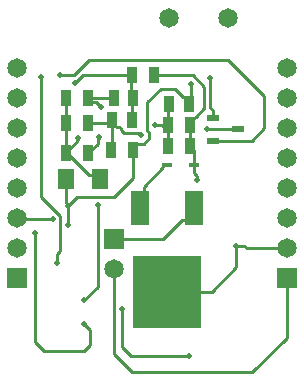
<source format=gbl>
G04*
G04 #@! TF.GenerationSoftware,Altium Limited,Altium Designer,19.1.7 (138)*
G04*
G04 Layer_Physical_Order=2*
G04 Layer_Color=16711680*
%FSLAX24Y24*%
%MOIN*%
G70*
G01*
G75*
%ADD14R,0.0378X0.0547*%
%ADD19R,0.0374X0.0551*%
%ADD30C,0.0100*%
%ADD31C,0.0650*%
%ADD32R,0.0650X0.0650*%
%ADD33C,0.0200*%
%ADD34R,0.0630X0.1181*%
%ADD35R,0.2283X0.2441*%
%ADD36R,0.0331X0.0181*%
%ADD37R,0.0528X0.0709*%
%ADD38R,0.0413X0.0236*%
D14*
X5581Y-3700D02*
D03*
X6219D02*
D03*
X3681Y-4250D02*
D03*
X4319D02*
D03*
X4369Y-3500D02*
D03*
X3731D02*
D03*
D19*
X5526Y-5100D02*
D03*
X6274D02*
D03*
X5526Y-4400D02*
D03*
X6274D02*
D03*
X2126Y-3500D02*
D03*
X2874D02*
D03*
X2126Y-4350D02*
D03*
X2874D02*
D03*
X2126Y-5350D02*
D03*
X2874D02*
D03*
X4374Y-5250D02*
D03*
X3626D02*
D03*
X4326Y-2750D02*
D03*
X5074D02*
D03*
D30*
X9500Y-11500D02*
Y-9500D01*
X8350Y-12650D02*
X9500Y-11500D01*
X4350Y-12650D02*
X8350D01*
X3750Y-12050D02*
X4350Y-12650D01*
X3750Y-12050D02*
Y-9200D01*
Y-8200D02*
X5359D01*
X5993Y-7566D01*
X6135D01*
X6400Y-7301D01*
X4850Y-3650D02*
X5300Y-3200D01*
X4850Y-4596D02*
Y-3650D01*
Y-4596D02*
X4900Y-4646D01*
Y-4854D02*
Y-4646D01*
X5100Y-4400D02*
X5326D01*
X5476Y-4550D01*
X6403Y-5991D02*
X6500Y-6089D01*
Y-6250D02*
Y-6089D01*
X4511Y-5024D02*
X4729D01*
X4597Y-4674D02*
X4650Y-4727D01*
X4729Y-5024D02*
X4900Y-4854D01*
X4650Y-4750D02*
Y-4727D01*
X3123Y-3623D02*
X3300Y-3800D01*
X2997Y-3623D02*
X3123D01*
X2874Y-3500D02*
X2997Y-3623D01*
X4300Y-3415D02*
Y-2750D01*
Y-3531D02*
Y-3415D01*
X3200Y-4870D02*
X3270Y-4800D01*
X3200Y-5024D02*
Y-4870D01*
X2874Y-5350D02*
X3200Y-5024D01*
X4369Y-3500D02*
Y-3415D01*
X4319Y-4250D02*
Y-3500D01*
X3250Y-4800D02*
X3270D01*
X2550Y-4900D02*
Y-4850D01*
X2126Y-5324D02*
X2550Y-4900D01*
X3731Y-3500D02*
X3750D01*
X2874D02*
X3681D01*
X1850Y-9000D02*
Y-8700D01*
X1950Y-8600D01*
X5526Y-4550D02*
Y-4400D01*
X3681Y-5195D02*
Y-4335D01*
X4068Y-4674D02*
X4597D01*
X3980Y-4586D02*
X4068Y-4674D01*
X3980Y-4586D02*
Y-4532D01*
X3921Y-4474D02*
X3980Y-4532D01*
X3820Y-4474D02*
X3921D01*
X3681Y-4335D02*
X3820Y-4474D01*
X4374Y-6176D02*
Y-5161D01*
X2400Y-2750D02*
X2900Y-2250D01*
X1950Y-2750D02*
X2400D01*
X2700D02*
X4300D01*
X2450Y-3000D02*
X2700Y-2750D01*
X2126Y-5324D02*
X2126Y-5324D01*
Y-5350D02*
Y-5324D01*
X2126Y-5274D02*
Y-4350D01*
Y-3500D01*
X2874Y-4350D02*
X3581D01*
X3626Y-5250D02*
Y-5161D01*
Y-5320D02*
Y-5250D01*
X3542Y-4026D02*
X3681Y-4165D01*
X2126Y-5350D02*
Y-5324D01*
X2126Y-5300D02*
X2908Y-6082D01*
X3145D01*
X3263Y-6200D01*
X6750Y-3844D02*
Y-3146D01*
X5074Y-2750D02*
X6354D01*
X6750Y-3146D01*
X6300Y-3519D02*
Y-3050D01*
Y-3519D02*
X6350Y-3569D01*
X6470Y-4124D02*
X6750Y-3844D01*
X6219Y-3700D02*
X6350Y-3569D01*
X6950Y-3850D02*
Y-2850D01*
X2900Y-2250D02*
X7550D01*
X8750Y-3450D01*
X6950Y-3850D02*
X7017Y-3917D01*
Y-4176D02*
Y-3917D01*
X5526Y-5100D02*
Y-4550D01*
X6850D02*
X7883D01*
X8750Y-4500D02*
Y-3450D01*
X8326Y-4924D02*
X8750Y-4500D01*
X7017Y-4924D02*
X8326D01*
X3489Y-5024D02*
X3626Y-5161D01*
X1300Y-6796D02*
Y-2800D01*
X1950Y-8600D02*
Y-7446D01*
X1300Y-6796D02*
X1950Y-7446D01*
X2200Y-7750D02*
Y-7100D01*
X550Y-7550D02*
X1700D01*
X500Y-7500D02*
X550Y-7550D01*
X2200Y-7100D02*
X2500Y-6800D01*
X4300Y-12100D02*
X6250D01*
X4000Y-11800D02*
X4300Y-12100D01*
X4000Y-11800D02*
Y-10550D01*
X2774Y-5450D02*
X2874Y-5350D01*
X2500Y-6800D02*
X3750D01*
X4374Y-6176D01*
X5300Y-3200D02*
X5756D01*
X6032Y-3476D01*
X6080D01*
X6219Y-3615D01*
X4374Y-5161D02*
X4511Y-5024D01*
X2137Y-7010D02*
X2200Y-7073D01*
X2137Y-7010D02*
Y-6200D01*
X6274Y-4311D02*
X6462Y-4124D01*
X6470D01*
X5526Y-4400D02*
Y-3755D01*
X5382Y-5741D02*
X5422Y-5700D01*
X5382Y-5815D02*
Y-5741D01*
X4720Y-6477D02*
X5382Y-5815D01*
X4720Y-7040D02*
Y-6477D01*
X4600Y-7159D02*
X4720Y-7040D01*
X7800Y-8450D02*
X8100D01*
X8150Y-8500D01*
X9500D01*
X7800Y-9150D02*
Y-8450D01*
X6995Y-9955D02*
X7800Y-9150D01*
X5500Y-9955D02*
X6995D01*
X1100Y-11650D02*
Y-8000D01*
Y-11650D02*
X1400Y-11950D01*
X2750D01*
X2950Y-11750D01*
Y-11250D01*
X2750Y-11050D02*
X2950Y-11250D01*
X2750Y-10250D02*
X3200Y-9800D01*
Y-7076D01*
X6274Y-5100D02*
Y-4400D01*
Y-5100D02*
X6403Y-5229D01*
Y-5700D02*
Y-5229D01*
X6403Y-5991D02*
Y-5750D01*
D31*
X3750Y-9200D02*
D03*
X5581Y-850D02*
D03*
X7550D02*
D03*
X9500Y-2500D02*
D03*
Y-3500D02*
D03*
Y-4500D02*
D03*
Y-5500D02*
D03*
Y-6500D02*
D03*
Y-7500D02*
D03*
Y-8500D02*
D03*
X500Y-2500D02*
D03*
Y-3500D02*
D03*
Y-4500D02*
D03*
Y-5500D02*
D03*
Y-6500D02*
D03*
Y-7500D02*
D03*
Y-8500D02*
D03*
D32*
X3750Y-8200D02*
D03*
X9500Y-9500D02*
D03*
X500D02*
D03*
D33*
X5100Y-4400D02*
D03*
X4650Y-4750D02*
D03*
X3300Y-3800D02*
D03*
X3250Y-4800D02*
D03*
X2550Y-4850D02*
D03*
X1850Y-9000D02*
D03*
X1950Y-2750D02*
D03*
X2450Y-3000D02*
D03*
X6300Y-3050D02*
D03*
X6950Y-2850D02*
D03*
X6850Y-4550D02*
D03*
X2200Y-7750D02*
D03*
X1700Y-7550D02*
D03*
X2200Y-7100D02*
D03*
X1300Y-2800D02*
D03*
X6250Y-12100D02*
D03*
X4000Y-10550D02*
D03*
X7800Y-8450D02*
D03*
X1100Y-8000D02*
D03*
X2750Y-11050D02*
D03*
Y-10250D02*
D03*
X3200Y-7076D02*
D03*
X6500Y-6250D02*
D03*
D34*
X4600Y-7159D02*
D03*
X6400D02*
D03*
D35*
X5500Y-9955D02*
D03*
D36*
X6403Y-5750D02*
D03*
X5497D02*
D03*
D37*
X2137Y-6200D02*
D03*
X3263D02*
D03*
D38*
X7017Y-4924D02*
D03*
Y-4176D02*
D03*
X7883Y-4550D02*
D03*
M02*

</source>
